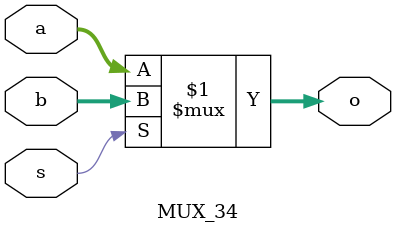
<source format=v>
`timescale 1ns/100ps
module MUX_34(
  input [33:0] a,
  input [33:0] b,
  input s,
  
  output [33:0] o
);
  
  assign o = (s)?b:a;

endmodule

</source>
